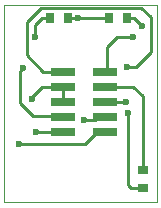
<source format=gtl>
G04 Layer_Physical_Order=1*
G04 Layer_Color=255*
%FSLAX25Y25*%
%MOIN*%
G70*
G01*
G75*
%ADD10R,0.08100X0.03000*%
%ADD11R,0.03543X0.02756*%
%ADD12R,0.02756X0.03543*%
%ADD13C,0.01000*%
%ADD14C,0.00394*%
%ADD15C,0.02362*%
D10*
X133500Y138500D02*
D03*
Y133500D02*
D03*
Y128500D02*
D03*
Y123500D02*
D03*
X119500D02*
D03*
Y128500D02*
D03*
Y133500D02*
D03*
Y138500D02*
D03*
Y143500D02*
D03*
X133500D02*
D03*
D11*
X146063Y104921D02*
D03*
Y110827D02*
D03*
D12*
X121063Y161417D02*
D03*
X115157D02*
D03*
X134843Y161417D02*
D03*
X140748D02*
D03*
D13*
X110276Y159095D02*
X112598Y161417D01*
X110276Y155039D02*
Y159095D01*
X112598Y161417D02*
X115157D01*
X107480Y160197D02*
X112244Y164961D01*
X107480Y149020D02*
Y160197D01*
Y149020D02*
X113000Y143500D01*
X105118Y143701D02*
X106299Y144882D01*
X105118Y133071D02*
Y143701D01*
Y133071D02*
X109449Y128740D01*
X143110Y161417D02*
X145866Y158661D01*
X140748Y161417D02*
X143110D01*
X112244Y164961D02*
X145669D01*
X148819Y161811D01*
Y150000D02*
Y161811D01*
X143858Y145039D02*
X148819Y150000D01*
X140945Y145039D02*
X143858D01*
X134843Y161417D02*
X134843Y161417D01*
X124409Y161417D02*
X134843D01*
X121063D02*
X124409D01*
X146063Y110827D02*
Y135437D01*
X143000Y138500D02*
X146063Y135437D01*
X133500Y138500D02*
X143000D01*
X141083Y105768D02*
Y129783D01*
Y105768D02*
X142126Y104724D01*
X140516Y133500D02*
X140551Y133465D01*
X133500Y133500D02*
X140516D01*
X145866Y104724D02*
X146063Y104921D01*
X142126Y104724D02*
X145866D01*
X130709Y123500D02*
X133500D01*
X126748Y119539D02*
X130709Y123500D01*
X104724Y119539D02*
X126748D01*
X130315Y127559D02*
X131496Y128740D01*
X126378Y127559D02*
X130315D01*
X110669Y123500D02*
X119500D01*
X109055Y134646D02*
Y135039D01*
X112516Y138500D01*
X119500D01*
X109449Y128740D02*
X119839D01*
X113000Y143500D02*
X120280D01*
X137402Y155118D02*
X142913D01*
X134252Y151969D02*
X137402Y155118D01*
X134252Y143701D02*
Y151969D01*
X119500Y133500D02*
Y138500D01*
D14*
X100000Y100000D02*
X150787D01*
Y165748D01*
X100000D02*
X150787D01*
X100000Y100000D02*
Y165748D01*
D15*
X110276Y155039D02*
D03*
X106299Y144882D02*
D03*
X145866Y158661D02*
D03*
X140945Y145039D02*
D03*
X124409Y161417D02*
D03*
X141083Y129783D02*
D03*
X140551Y133465D02*
D03*
X104724Y119539D02*
D03*
X126378Y127559D02*
D03*
X110669Y123500D02*
D03*
X109055Y134646D02*
D03*
X142913Y155118D02*
D03*
M02*

</source>
